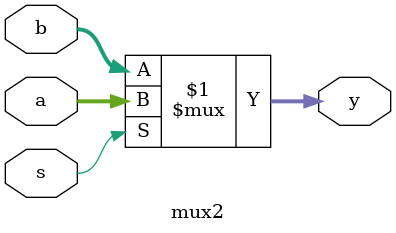
<source format=v>
module mux2 #(parameter WIDTH = 32)
            (input wire[WIDTH-1:0] a,b,
              input wire s,
              output wire[WIDTH-1:0] y);
    
    assign y = s ? a : b;
endmodule

</source>
